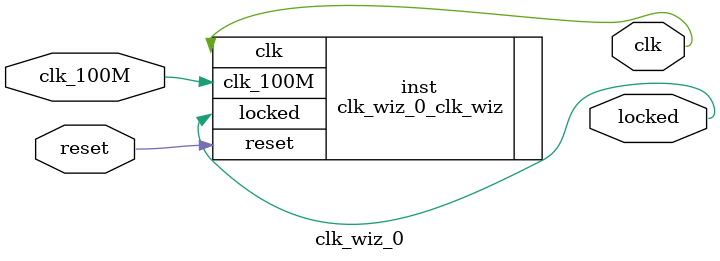
<source format=v>


`timescale 1ps/1ps

(* CORE_GENERATION_INFO = "clk_wiz_0,clk_wiz_v5_3_1,{component_name=clk_wiz_0,use_phase_alignment=true,use_min_o_jitter=false,use_max_i_jitter=false,use_dyn_phase_shift=false,use_inclk_switchover=false,use_dyn_reconfig=false,enable_axi=0,feedback_source=FDBK_AUTO,PRIMITIVE=MMCM,num_out_clk=1,clkin1_period=10.0,clkin2_period=10.0,use_power_down=false,use_reset=true,use_locked=true,use_inclk_stopped=false,feedback_type=SINGLE,CLOCK_MGR_TYPE=NA,manual_override=false}" *)

module clk_wiz_0 
 (
 // Clock in ports
  input         clk_100M,
  // Clock out ports
  output        clk,
  // Status and control signals
  input         reset,
  output        locked
 );

  clk_wiz_0_clk_wiz inst
  (
 // Clock in ports
  .clk_100M(clk_100M),
  // Clock out ports  
  .clk(clk),
  // Status and control signals               
  .reset(reset), 
  .locked(locked)            
  );

endmodule

</source>
